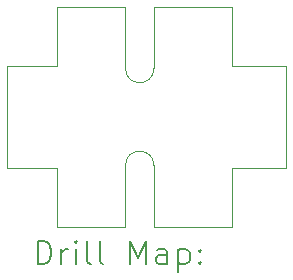
<source format=gbr>
%TF.GenerationSoftware,KiCad,Pcbnew,8.0.2-1*%
%TF.CreationDate,2024-06-17T18:27:31-04:00*%
%TF.ProjectId,Dummy Board,44756d6d-7920-4426-9f61-72642e6b6963,rev?*%
%TF.SameCoordinates,Original*%
%TF.FileFunction,Drillmap*%
%TF.FilePolarity,Positive*%
%FSLAX45Y45*%
G04 Gerber Fmt 4.5, Leading zero omitted, Abs format (unit mm)*
G04 Created by KiCad (PCBNEW 8.0.2-1) date 2024-06-17 18:27:31*
%MOMM*%
%LPD*%
G01*
G04 APERTURE LIST*
%ADD10C,0.050000*%
%ADD11C,0.120000*%
%ADD12C,0.200000*%
G04 APERTURE END LIST*
D10*
X12640000Y-8000000D02*
X12640000Y-7860000D01*
X13057500Y-7860000D02*
X12640000Y-7860000D01*
X15000000Y-7860000D02*
X15000000Y-8000000D01*
X14542500Y-7860000D02*
X15000000Y-7860000D01*
X15000000Y-8720000D02*
X15000000Y-8000000D01*
X12640000Y-8720000D02*
X12640000Y-8000000D01*
X13057500Y-8720000D02*
X12640000Y-8720000D01*
X14542500Y-8720000D02*
X15000000Y-8720000D01*
D11*
X13057500Y-7360000D02*
X13057500Y-7860000D01*
X13640500Y-7360000D02*
X13057500Y-7360000D01*
X13640500Y-7880000D02*
X13640500Y-7360000D01*
X13880500Y-7360000D02*
X13880500Y-7880000D01*
X14542500Y-7360000D02*
X13880500Y-7360000D01*
X14542500Y-7860000D02*
X14542500Y-7360000D01*
X13880500Y-7880000D02*
G75*
G02*
X13640500Y-7880000I-120000J0D01*
G01*
X13057500Y-8720000D02*
X13057500Y-9220000D01*
X13057500Y-9220000D02*
X13640500Y-9220000D01*
X13640500Y-9220000D02*
X13640500Y-8700000D01*
X13880500Y-8700000D02*
X13880500Y-9220000D01*
X13880500Y-9220000D02*
X14542500Y-9220000D01*
X14542500Y-9220000D02*
X14542500Y-8720000D01*
X13640500Y-8700000D02*
G75*
G02*
X13880500Y-8700000I120000J0D01*
G01*
D12*
X12898277Y-9537484D02*
X12898277Y-9337484D01*
X12898277Y-9337484D02*
X12945896Y-9337484D01*
X12945896Y-9337484D02*
X12974467Y-9347008D01*
X12974467Y-9347008D02*
X12993515Y-9366055D01*
X12993515Y-9366055D02*
X13003039Y-9385103D01*
X13003039Y-9385103D02*
X13012562Y-9423198D01*
X13012562Y-9423198D02*
X13012562Y-9451770D01*
X13012562Y-9451770D02*
X13003039Y-9489865D01*
X13003039Y-9489865D02*
X12993515Y-9508912D01*
X12993515Y-9508912D02*
X12974467Y-9527960D01*
X12974467Y-9527960D02*
X12945896Y-9537484D01*
X12945896Y-9537484D02*
X12898277Y-9537484D01*
X13098277Y-9537484D02*
X13098277Y-9404150D01*
X13098277Y-9442246D02*
X13107801Y-9423198D01*
X13107801Y-9423198D02*
X13117324Y-9413674D01*
X13117324Y-9413674D02*
X13136372Y-9404150D01*
X13136372Y-9404150D02*
X13155420Y-9404150D01*
X13222086Y-9537484D02*
X13222086Y-9404150D01*
X13222086Y-9337484D02*
X13212562Y-9347008D01*
X13212562Y-9347008D02*
X13222086Y-9356531D01*
X13222086Y-9356531D02*
X13231610Y-9347008D01*
X13231610Y-9347008D02*
X13222086Y-9337484D01*
X13222086Y-9337484D02*
X13222086Y-9356531D01*
X13345896Y-9537484D02*
X13326848Y-9527960D01*
X13326848Y-9527960D02*
X13317324Y-9508912D01*
X13317324Y-9508912D02*
X13317324Y-9337484D01*
X13450658Y-9537484D02*
X13431610Y-9527960D01*
X13431610Y-9527960D02*
X13422086Y-9508912D01*
X13422086Y-9508912D02*
X13422086Y-9337484D01*
X13679229Y-9537484D02*
X13679229Y-9337484D01*
X13679229Y-9337484D02*
X13745896Y-9480341D01*
X13745896Y-9480341D02*
X13812562Y-9337484D01*
X13812562Y-9337484D02*
X13812562Y-9537484D01*
X13993515Y-9537484D02*
X13993515Y-9432722D01*
X13993515Y-9432722D02*
X13983991Y-9413674D01*
X13983991Y-9413674D02*
X13964943Y-9404150D01*
X13964943Y-9404150D02*
X13926848Y-9404150D01*
X13926848Y-9404150D02*
X13907801Y-9413674D01*
X13993515Y-9527960D02*
X13974467Y-9537484D01*
X13974467Y-9537484D02*
X13926848Y-9537484D01*
X13926848Y-9537484D02*
X13907801Y-9527960D01*
X13907801Y-9527960D02*
X13898277Y-9508912D01*
X13898277Y-9508912D02*
X13898277Y-9489865D01*
X13898277Y-9489865D02*
X13907801Y-9470817D01*
X13907801Y-9470817D02*
X13926848Y-9461293D01*
X13926848Y-9461293D02*
X13974467Y-9461293D01*
X13974467Y-9461293D02*
X13993515Y-9451770D01*
X14088753Y-9404150D02*
X14088753Y-9604150D01*
X14088753Y-9413674D02*
X14107801Y-9404150D01*
X14107801Y-9404150D02*
X14145896Y-9404150D01*
X14145896Y-9404150D02*
X14164943Y-9413674D01*
X14164943Y-9413674D02*
X14174467Y-9423198D01*
X14174467Y-9423198D02*
X14183991Y-9442246D01*
X14183991Y-9442246D02*
X14183991Y-9499389D01*
X14183991Y-9499389D02*
X14174467Y-9518436D01*
X14174467Y-9518436D02*
X14164943Y-9527960D01*
X14164943Y-9527960D02*
X14145896Y-9537484D01*
X14145896Y-9537484D02*
X14107801Y-9537484D01*
X14107801Y-9537484D02*
X14088753Y-9527960D01*
X14269705Y-9518436D02*
X14279229Y-9527960D01*
X14279229Y-9527960D02*
X14269705Y-9537484D01*
X14269705Y-9537484D02*
X14260182Y-9527960D01*
X14260182Y-9527960D02*
X14269705Y-9518436D01*
X14269705Y-9518436D02*
X14269705Y-9537484D01*
X14269705Y-9413674D02*
X14279229Y-9423198D01*
X14279229Y-9423198D02*
X14269705Y-9432722D01*
X14269705Y-9432722D02*
X14260182Y-9423198D01*
X14260182Y-9423198D02*
X14269705Y-9413674D01*
X14269705Y-9413674D02*
X14269705Y-9432722D01*
M02*

</source>
